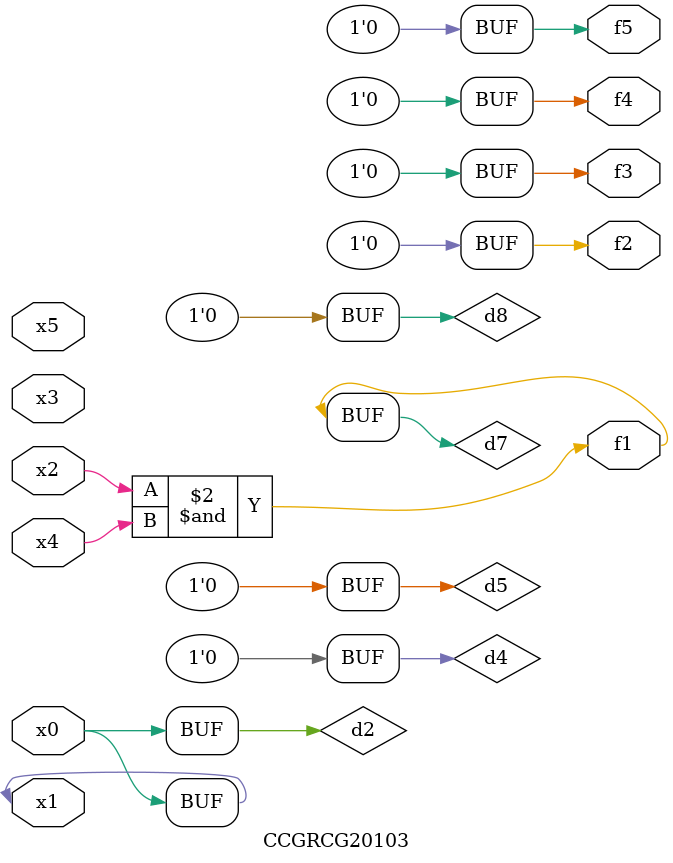
<source format=v>
module CCGRCG20103(
	input x0, x1, x2, x3, x4, x5,
	output f1, f2, f3, f4, f5
);

	wire d1, d2, d3, d4, d5, d6, d7, d8, d9;

	nand (d1, x1);
	buf (d2, x0, x1);
	nand (d3, x2, x4);
	and (d4, d1, d2);
	and (d5, d1, d2);
	nand (d6, d1, d3);
	not (d7, d3);
	xor (d8, d5);
	nor (d9, d5, d6);
	assign f1 = d7;
	assign f2 = d8;
	assign f3 = d8;
	assign f4 = d8;
	assign f5 = d8;
endmodule

</source>
